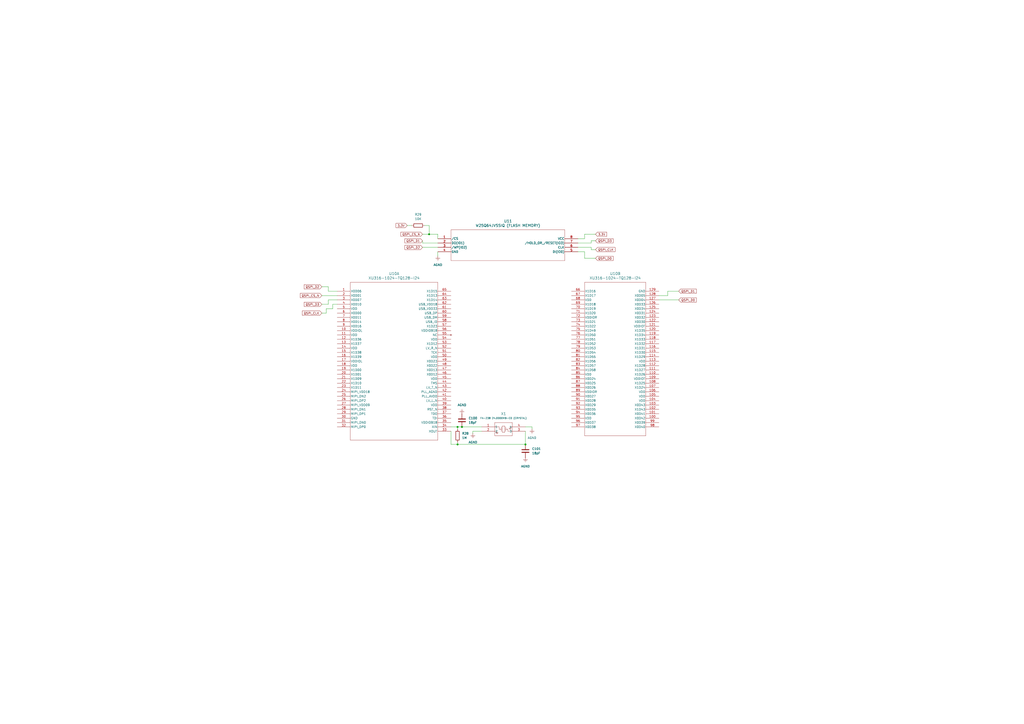
<source format=kicad_sch>
(kicad_sch (version 20231120) (generator "eeschema") (generator_version "8.0")
  (paper "A2")
  (title_block (title "XCORE") (company "Joshua Yu"))
  (lib_symbols
    (symbol "Device:C" (pin_numbers hide) (pin_names (offset 0.254))
      (property "Reference" "C" (at 0.635 2.54 0))
      (property "Value" "C" (at 0.635 -2.54 0))
      (symbol "C_0_1"
        (polyline (pts (xy -2.032 -0.762) (xy 2.032 -0.762)) (stroke (width 0.508)))
        (polyline (pts (xy -2.032 0.762) (xy 2.032 0.762)) (stroke (width 0.508)))
      )
      (symbol "C_1_1"
        (pin passive line (at 0 3.81 270) (length 2.794) (name "~") (number "1"))
        (pin passive line (at 0 -3.81 90) (length 2.794) (name "~") (number "2"))
      )
    )
    (symbol "Device:R" (pin_numbers hide) (pin_names (offset 0))
      (property "Reference" "R" (at 2.032 0 90))
      (property "Value" "R" (at 0 0 90))
      (symbol "R_0_1"
        (rectangle (start -1.016 -2.54) (end 1.016 2.54) (stroke (width 0.254)))
      )
      (symbol "R_1_1"
        (pin passive line (at 0 3.81 270) (length 1.27) (name "~") (number "1"))
        (pin passive line (at 0 -3.81 90) (length 1.27) (name "~") (number "2"))
      )
    )
    (symbol "SDLibrary:FA-238_24.0000MB-C0" (pin_names (offset 0.254))
      (property "Reference" "X" (at 12.7 7.62 0))
      (property "Value" "FA-238 24.0000MB-C0" (at 12.7 5.08 0))
      (symbol "FA-238_24.0000MB-C0_0_1"
        (polyline (pts (xy 7.62 -5.08) (xy 17.78 -5.08)) (stroke (width 0.127)))
        (polyline (pts (xy 7.62 -2.54) (xy 8.89 -2.54)) (stroke (width 0.127)))
        (polyline (pts (xy 7.62 2.54) (xy 7.62 -5.08)) (stroke (width 0.127)))
        (polyline (pts (xy 8.128 -3.302) (xy 9.652 -3.302)) (stroke (width 0.127)))
        (polyline (pts (xy 8.382 -3.556) (xy 9.398 -3.556)) (stroke (width 0.127)))
        (polyline (pts (xy 8.636 -3.81) (xy 9.144 -3.81)) (stroke (width 0.127)))
        (polyline (pts (xy 8.89 -2.54) (xy 8.89 -3.302)) (stroke (width 0.127)))
        (polyline (pts (xy 10.16 -1.27) (xy 10.16 0)) (stroke (width 0.127)))
        (polyline (pts (xy 10.16 0) (xy 7.62 0)) (stroke (width 0.127)))
        (polyline (pts (xy 11.43 -1.27) (xy 10.16 -1.27)) (stroke (width 0.127)))
        (polyline (pts (xy 11.43 0) (xy 11.43 -2.54)) (stroke (width 0.127)))
        (polyline (pts (xy 11.938 -3.048) (xy 13.462 -3.048)) (stroke (width 0.127)))
        (polyline (pts (xy 11.938 0.508) (xy 11.938 -3.048)) (stroke (width 0.127)))
        (polyline (pts (xy 13.462 -3.048) (xy 13.462 0.508)) (stroke (width 0.127)))
        (polyline (pts (xy 13.462 0.508) (xy 11.938 0.508)) (stroke (width 0.127)))
        (polyline (pts (xy 13.97 -1.27) (xy 15.24 -1.27)) (stroke (width 0.127)))
        (polyline (pts (xy 13.97 0) (xy 13.97 -2.54)) (stroke (width 0.127)))
        (polyline (pts (xy 15.24 -2.54) (xy 17.78 -2.54)) (stroke (width 0.127)))
        (polyline (pts (xy 15.24 -1.27) (xy 15.24 -2.54)) (stroke (width 0.127)))
        (polyline (pts (xy 16.51 0) (xy 16.51 -0.762)) (stroke (width 0.127)))
        (polyline (pts (xy 16.764 -1.27) (xy 16.256 -1.27)) (stroke (width 0.127)))
        (polyline (pts (xy 17.018 -1.016) (xy 16.002 -1.016)) (stroke (width 0.127)))
        (polyline (pts (xy 17.272 -0.762) (xy 15.748 -0.762)) (stroke (width 0.127)))
        (polyline (pts (xy 17.78 -5.08) (xy 17.78 2.54)) (stroke (width 0.127)))
        (polyline (pts (xy 17.78 0) (xy 16.51 0)) (stroke (width 0.127)))
        (polyline (pts (xy 17.78 2.54) (xy 7.62 2.54)) (stroke (width 0.127)))
        (pin unspecified line (at 0 0 0) (length 7.62) (name "1") (number "1"))
        (pin unspecified line (at 0 -2.54 0) (length 7.62) (name "2") (number "2"))
        (pin unspecified line (at 25.4 -2.54 180) (length 7.62) (name "3") (number "3"))
        (pin unspecified line (at 25.4 0 180) (length 7.62) (name "4") (number "4"))
      )
    )
    (symbol "SDLibrary:W25Q64JVSSIQ" (pin_names (offset 0.254))
      (property "Reference" "U" (at 40.64 10.16 0))
      (property "Value" "W25Q64JVSSIQ" (at 40.64 7.62 0))
      (symbol "W25Q64JVSSIQ_0_1"
        (polyline (pts (xy 7.62 -12.7) (xy 73.66 -12.7)) (stroke (width 0.127)))
        (polyline (pts (xy 7.62 5.08) (xy 7.62 -12.7)) (stroke (width 0.127)))
        (polyline (pts (xy 73.66 -12.7) (xy 73.66 5.08)) (stroke (width 0.127)))
        (polyline (pts (xy 73.66 5.08) (xy 7.62 5.08)) (stroke (width 0.127)))
        (pin unspecified line (at 0 0 0) (length 7.62) (name "/CS") (number "1"))
        (pin unspecified line (at 0 -2.54 0) (length 7.62) (name "DO(IO1)") (number "2"))
        (pin unspecified line (at 0 -5.08 0) (length 7.62) (name "/WP(IO2)") (number "3"))
        (pin power_out line (at 0 -7.62 0) (length 7.62) (name "GND") (number "4"))
        (pin unspecified line (at 81.28 -7.62 180) (length 7.62) (name "DI(IO0)") (number "5"))
        (pin unspecified line (at 81.28 -5.08 180) (length 7.62) (name "CLK") (number "6"))
        (pin unspecified line (at 81.28 -2.54 180) (length 7.62) (name "/HOLD_OR_/RESET(IO3)") (number "7"))
        (pin power_in line (at 81.28 0 180) (length 7.62) (name "VCC") (number "8"))
      )
    )
    (symbol "SDLibrary:XU316-1024-TQ128-I24" (pin_names (offset 0.254))
      (property "Reference" "U" (at 33.02 10.16 0))
      (property "Value" "XU316-1024-TQ128-I24" (at 33.02 7.62 0))
      (symbol "XU316-1024-TQ128-I24_1_1"
        (polyline (pts (xy 7.62 -86.36) (xy 58.42 -86.36)) (stroke (width 0.127)))
        (polyline (pts (xy 7.62 5.08) (xy 7.62 -86.36)) (stroke (width 0.127)))
        (polyline (pts (xy 58.42 -86.36) (xy 58.42 5.08)) (stroke (width 0.127)))
        (polyline (pts (xy 58.42 5.08) (xy 7.62 5.08)) (stroke (width 0.127)))
        (pin bidirectional line (at 0 0 0) (length 7.62) (name "X0D06") (number "1"))
        (pin power_in line (at 0 -22.86 0) (length 7.62) (name "VDDIOL") (number "10"))
        (pin power_in line (at 0 -25.4 0) (length 7.62) (name "VDD") (number "11"))
        (pin bidirectional line (at 0 -27.94 0) (length 7.62) (name "X1D36") (number "12"))
        (pin bidirectional line (at 0 -30.48 0) (length 7.62) (name "X1D37") (number "13"))
        (pin power_in line (at 0 -33.02 0) (length 7.62) (name "VDD") (number "14"))
        (pin bidirectional line (at 0 -35.56 0) (length 7.62) (name "X1D38") (number "15"))
        (pin bidirectional line (at 0 -38.1 0) (length 7.62) (name "X1D39") (number "16"))
        (pin power_in line (at 0 -40.64 0) (length 7.62) (name "VDDIOL") (number "17"))
        (pin power_in line (at 0 -43.18 0) (length 7.62) (name "VDD") (number "18"))
        (pin bidirectional line (at 0 -45.72 0) (length 7.62) (name "X1D00") (number "19"))
        (pin bidirectional line (at 0 -2.54 0) (length 7.62) (name "X0D01") (number "2"))
        (pin bidirectional line (at 0 -48.26 0) (length 7.62) (name "X1D01") (number "20"))
        (pin bidirectional line (at 0 -50.8 0) (length 7.62) (name "X1D09") (number "21"))
        (pin bidirectional line (at 0 -53.34 0) (length 7.62) (name "X1D10") (number "22"))
        (pin bidirectional line (at 0 -55.88 0) (length 7.62) (name "X1D11") (number "23"))
        (pin power_in line (at 0 -58.42 0) (length 7.62) (name "MIPI_VDD18") (number "24"))
        (pin input line (at 0 -60.96 0) (length 7.62) (name "MIPI_DN2") (number "25"))
        (pin input line (at 0 -63.5 0) (length 7.62) (name "MIPI_DP2") (number "26"))
        (pin power_in line (at 0 -66.04 0) (length 7.62) (name "MIPI_VDD09") (number "27"))
        (pin input line (at 0 -68.58 0) (length 7.62) (name "MIPI_DN1") (number "28"))
        (pin input line (at 0 -71.12 0) (length 7.62) (name "MIPI_DP1") (number "29"))
        (pin bidirectional line (at 0 -5.08 0) (length 7.62) (name "X0D07") (number "3"))
        (pin power_out line (at 0 -73.66 0) (length 7.62) (name "GND") (number "30"))
        (pin input line (at 0 -76.2 0) (length 7.62) (name "MIPI_DN0") (number "31"))
        (pin input line (at 0 -78.74 0) (length 7.62) (name "MIPI_DP0") (number "32"))
        (pin output line (at 66.04 -81.28 180) (length 7.62) (name "XOUT") (number "33"))
        (pin input line (at 66.04 -78.74 180) (length 7.62) (name "XIN") (number "34"))
        (pin power_in line (at 66.04 -76.2 180) (length 7.62) (name "VDDIOB18") (number "35"))
        (pin input line (at 66.04 -73.66 180) (length 7.62) (name "TDI") (number "36"))
        (pin output line (at 66.04 -71.12 180) (length 7.62) (name "TDO") (number "37"))
        (pin input line (at 66.04 -68.58 180) (length 7.62) (name "RST_N") (number "38"))
        (pin power_in line (at 66.04 -66.04 180) (length 7.62) (name "VDD") (number "39"))
        (pin bidirectional line (at 0 -7.62 0) (length 7.62) (name "X0D10") (number "4"))
        (pin input line (at 66.04 -63.5 180) (length 7.62) (name "LV_L_N") (number "40"))
        (pin power_in line (at 66.04 -60.96 180) (length 7.62) (name "PLL_AVDD") (number "41"))
        (pin power_out line (at 66.04 -58.42 180) (length 7.62) (name "PLL_AGND") (number "42"))
        (pin input line (at 66.04 -55.88 180) (length 7.62) (name "LV_T_N") (number "43"))
        (pin input line (at 66.04 -53.34 180) (length 7.62) (name "TMS") (number "44"))
        (pin power_in line (at 66.04 -50.8 180) (length 7.62) (name "VDD") (number "45"))
        (pin bidirectional line (at 66.04 -48.26 180) (length 7.62) (name "X0D12") (number "46"))
        (pin bidirectional line (at 66.04 -45.72 180) (length 7.62) (name "X0D13") (number "47"))
        (pin bidirectional line (at 66.04 -43.18 180) (length 7.62) (name "X0D22") (number "48"))
        (pin bidirectional line (at 66.04 -40.64 180) (length 7.62) (name "X0D23") (number "49"))
        (pin power_in line (at 0 -10.16 0) (length 7.62) (name "VDD") (number "5"))
        (pin power_in line (at 66.04 -38.1 180) (length 7.62) (name "VDD") (number "50"))
        (pin input line (at 66.04 -35.56 180) (length 7.62) (name "TCK") (number "51"))
        (pin input line (at 66.04 -33.02 180) (length 7.62) (name "LV_R_N") (number "52"))
        (pin bidirectional line (at 66.04 -30.48 180) (length 7.62) (name "X1D12") (number "53"))
        (pin power_in line (at 66.04 -27.94 180) (length 7.62) (name "VDD") (number "54"))
        (pin no_connect line (at 66.04 -25.4 180) (length 7.62) (name "NC") (number "55"))
        (pin power_in line (at 66.04 -22.86 180) (length 7.62) (name "VDDIOB18") (number "56"))
        (pin bidirectional line (at 66.04 -20.32 180) (length 7.62) (name "X1D23") (number "57"))
        (pin input line (at 66.04 -17.78 180) (length 7.62) (name "USB_ID") (number "58"))
        (pin bidirectional line (at 66.04 -15.24 180) (length 7.62) (name "USB_DM") (number "59"))
        (pin bidirectional line (at 0 -12.7 0) (length 7.62) (name "X0D00") (number "6"))
        (pin bidirectional line (at 66.04 -12.7 180) (length 7.62) (name "USB_DP") (number "60"))
        (pin power_in line (at 66.04 -10.16 180) (length 7.62) (name "USB_VDD33") (number "61"))
        (pin power_in line (at 66.04 -7.62 180) (length 7.62) (name "USB_VDD18") (number "62"))
        (pin bidirectional line (at 66.04 -5.08 180) (length 7.62) (name "X1D14") (number "63"))
        (pin bidirectional line (at 66.04 -2.54 180) (length 7.62) (name "X1D13") (number "64"))
        (pin bidirectional line (at 66.04 0 180) (length 7.62) (name "X1D15") (number "65"))
        (pin bidirectional line (at 0 -15.24 0) (length 7.62) (name "X0D11") (number "7"))
        (pin bidirectional line (at 0 -17.78 0) (length 7.62) (name "X0D14") (number "8"))
        (pin bidirectional line (at 0 -20.32 0) (length 7.62) (name "X0D16") (number "9"))
      )
      (symbol "XU316-1024-TQ128-I24_2_1"
        (polyline (pts (xy 7.62 -83.82) (xy 43.18 -83.82)) (stroke (width 0.127)))
        (polyline (pts (xy 7.62 5.08) (xy 7.62 -83.82)) (stroke (width 0.127)))
        (polyline (pts (xy 43.18 -83.82) (xy 43.18 5.08)) (stroke (width 0.127)))
        (polyline (pts (xy 43.18 5.08) (xy 7.62 5.08)) (stroke (width 0.127)))
        (pin bidirectional line (at 50.8 -73.66 180) (length 7.62) (name "X0D42") (number "100"))
        (pin bidirectional line (at 50.8 -71.12 180) (length 7.62) (name "X0D41") (number "101"))
        (pin bidirectional line (at 50.8 -68.58 180) (length 7.62) (name "X1D43") (number "102"))
        (pin bidirectional line (at 50.8 -66.04 180) (length 7.62) (name "X0D43") (number "103"))
        (pin power_in line (at 50.8 -63.5 180) (length 7.62) (name "VDD") (number "104"))
        (pin power_in line (at 50.8 -60.96 180) (length 7.62) (name "VDD") (number "105"))
        (pin power_in line (at 50.8 -58.42 180) (length 7.62) (name "VDD") (number "106"))
        (pin bidirectional line (at 50.8 -55.88 180) (length 7.62) (name "X1D24") (number "107"))
        (pin bidirectional line (at 50.8 -53.34 180) (length 7.62) (name "X1D25") (number "108"))
        (pin power_in line (at 50.8 -50.8 180) (length 7.62) (name "VDDIOT") (number "109"))
        (pin bidirectional line (at 50.8 -48.26 180) (length 7.62) (name "X1D26") (number "110"))
        (pin bidirectional line (at 50.8 -45.72 180) (length 7.62) (name "X1D27") (number "111"))
        (pin bidirectional line (at 50.8 -43.18 180) (length 7.62) (name "X1D28") (number "112"))
        (pin power_in line (at 50.8 -40.64 180) (length 7.62) (name "VDD") (number "113"))
        (pin bidirectional line (at 50.8 -38.1 180) (length 7.62) (name "X1D29") (number "114"))
        (pin bidirectional line (at 50.8 -35.56 180) (length 7.62) (name "X1D30") (number "115"))
        (pin bidirectional line (at 50.8 -33.02 180) (length 7.62) (name "X1D31") (number "116"))
        (pin bidirectional line (at 50.8 -30.48 180) (length 7.62) (name "X1D32") (number "117"))
        (pin bidirectional line (at 50.8 -27.94 180) (length 7.62) (name "X1D33") (number "118"))
        (pin bidirectional line (at 50.8 -25.4 180) (length 7.62) (name "X1D34") (number "119"))
        (pin bidirectional line (at 50.8 -22.86 180) (length 7.62) (name "X1D35") (number "120"))
        (pin power_in line (at 50.8 -20.32 180) (length 7.62) (name "VDDIOT") (number "121"))
        (pin bidirectional line (at 50.8 -17.78 180) (length 7.62) (name "X0D30") (number "122"))
        (pin bidirectional line (at 50.8 -15.24 180) (length 7.62) (name "X0D32") (number "123"))
        (pin bidirectional line (at 50.8 -12.7 180) (length 7.62) (name "X0D31") (number "124"))
        (pin bidirectional line (at 50.8 -10.16 180) (length 7.62) (name "X0D34") (number "125"))
        (pin bidirectional line (at 50.8 -7.62 180) (length 7.62) (name "X0D33") (number "126"))
        (pin bidirectional line (at 50.8 -5.08 180) (length 7.62) (name "X0D04") (number "127"))
        (pin bidirectional line (at 50.8 -2.54 180) (length 7.62) (name "X0D05") (number "128"))
        (pin power_out line (at 50.8 0 180) (length 7.62) (name "GND") (number "129"))
        (pin bidirectional line (at 0 0 0) (length 7.62) (name "X1D16") (number "66"))
        (pin bidirectional line (at 0 -2.54 0) (length 7.62) (name "X1D17") (number "67"))
        (pin power_in line (at 0 -5.08 0) (length 7.62) (name "VDD") (number "68"))
        (pin bidirectional line (at 0 -7.62 0) (length 7.62) (name "X1D18") (number "69"))
        (pin bidirectional line (at 0 -10.16 0) (length 7.62) (name "X1D19") (number "70"))
        (pin bidirectional line (at 0 -12.7 0) (length 7.62) (name "X1D20") (number "71"))
        (pin power_in line (at 0 -15.24 0) (length 7.62) (name "VDDIOR") (number "72"))
        (pin bidirectional line (at 0 -17.78 0) (length 7.62) (name "X1D21") (number "73"))
        (pin bidirectional line (at 0 -20.32 0) (length 7.62) (name "X1D22") (number "74"))
        (pin bidirectional line (at 0 -22.86 0) (length 7.62) (name "X1D49") (number "75"))
        (pin bidirectional line (at 0 -25.4 0) (length 7.62) (name "X1D50") (number "76"))
        (pin bidirectional line (at 0 -27.94 0) (length 7.62) (name "X1D51") (number "77"))
        (pin bidirectional line (at 0 -30.48 0) (length 7.62) (name "X1D52") (number "78"))
        (pin bidirectional line (at 0 -33.02 0) (length 7.62) (name "X1D53") (number "79"))
        (pin bidirectional line (at 0 -35.56 0) (length 7.62) (name "X1D54") (number "80"))
        (pin bidirectional line (at 0 -38.1 0) (length 7.62) (name "X1D55") (number "81"))
        (pin bidirectional line (at 0 -40.64 0) (length 7.62) (name "X1D56") (number "82"))
        (pin bidirectional line (at 0 -43.18 0) (length 7.62) (name "X1D57") (number "83"))
        (pin bidirectional line (at 0 -45.72 0) (length 7.62) (name "X1D58") (number "84"))
        (pin power_in line (at 0 -48.26 0) (length 7.62) (name "VDD") (number "85"))
        (pin bidirectional line (at 0 -50.8 0) (length 7.62) (name "X0D24") (number "86"))
        (pin bidirectional line (at 0 -53.34 0) (length 7.62) (name "X0D25") (number "87"))
        (pin bidirectional line (at 0 -55.88 0) (length 7.62) (name "X0D26") (number "88"))
        (pin power_in line (at 0 -58.42 0) (length 7.62) (name "VDDIOR") (number "89"))
        (pin bidirectional line (at 0 -60.96 0) (length 7.62) (name "X0D27") (number "90"))
        (pin bidirectional line (at 0 -63.5 0) (length 7.62) (name "X0D28") (number "91"))
        (pin bidirectional line (at 0 -66.04 0) (length 7.62) (name "X0D29") (number "92"))
        (pin bidirectional line (at 0 -68.58 0) (length 7.62) (name "X0D35") (number "93"))
        (pin bidirectional line (at 0 -71.12 0) (length 7.62) (name "X0D36") (number "94"))
        (pin power_in line (at 0 -73.66 0) (length 7.62) (name "VDD") (number "95"))
        (pin bidirectional line (at 0 -76.2 0) (length 7.62) (name "X0D37") (number "96"))
        (pin bidirectional line (at 0 -78.74 0) (length 7.62) (name "X0D38") (number "97"))
        (pin bidirectional line (at 50.8 -78.74 180) (length 7.62) (name "X0D40") (number "98"))
        (pin bidirectional line (at 50.8 -76.2 180) (length 7.62) (name "X0D39") (number "99"))
      )
    )
    (symbol "power:Earth" (power) (pin_numbers hide) (pin_names (offset 0) hide)
      (property "Value" "Earth" (at 0 -3.81 0))
      (symbol "Earth_0_1"
        (polyline (pts (xy -0.635 -1.905) (xy 0.635 -1.905)))
        (polyline (pts (xy -0.127 -2.54) (xy 0.127 -2.54)))
        (polyline (pts (xy 0 -1.27) (xy 0 0)))
        (polyline (pts (xy 1.27 -1.27) (xy -1.27 -1.27)))
      )
      (symbol "Earth_1_1"
        (pin power_in line (at 0 0 270) (length 0) (name "~") (number "1"))
      )
    )
  )
  (junction (at 248.92 135.89))
  (junction (at 304.8 257.81))
  (junction (at 265.43 257.81))
  (junction (at 267.97 247.65))
  (junction (at 265.43 247.65))
  (wire (pts (xy 186.69 176.53) (xy 190.5 176.53)))
  (wire (pts (xy 261.62 257.81) (xy 265.43 257.81)))
  (wire (pts (xy 186.69 166.37) (xy 190.5 166.37)))
  (wire (pts (xy 265.43 247.65) (xy 267.97 247.65)))
  (wire (pts (xy 261.62 250.19) (xy 261.62 257.81)))
  (wire (pts (xy 193.04 179.07) (xy 189.23 179.07)))
  (wire (pts (xy 248.92 135.89) (xy 254 135.89)))
  (wire (pts (xy 195.58 176.53) (xy 193.04 176.53)))
  (wire (pts (xy 339.09 135.89) (xy 345.44 135.89)))
  (wire (pts (xy 335.28 146.05) (xy 339.09 146.05)))
  (wire (pts (xy 265.43 247.65) (xy 265.43 248.92)))
  (wire (pts (xy 342.9 144.78) (xy 345.44 144.78)))
  (wire (pts (xy 387.35 168.91) (xy 387.35 171.45)))
  (wire (pts (xy 190.5 166.37) (xy 190.5 168.91)))
  (wire (pts (xy 189.23 181.61) (xy 186.69 181.61)))
  (wire (pts (xy 190.5 176.53) (xy 190.5 173.99)))
  (wire (pts (xy 335.28 138.43) (xy 339.09 138.43)))
  (wire (pts (xy 267.97 247.65) (xy 279.4 247.65)))
  (wire (pts (xy 304.8 247.65) (xy 308.61 247.65)))
  (wire (pts (xy 342.9 139.7) (xy 345.44 139.7)))
  (wire (pts (xy 245.11 139.7) (xy 245.11 140.97)))
  (wire (pts (xy 393.7 168.91) (xy 387.35 168.91)))
  (wire (pts (xy 339.09 149.86) (xy 345.44 149.86)))
  (wire (pts (xy 274.32 250.19) (xy 279.4 250.19)))
  (wire (pts (xy 254 135.89) (xy 254 138.43)))
  (wire (pts (xy 382.27 173.99) (xy 393.7 173.99)))
  (wire (pts (xy 304.8 257.81) (xy 304.8 250.19)))
  (wire (pts (xy 339.09 146.05) (xy 339.09 149.86)))
  (wire (pts (xy 335.28 143.51) (xy 342.9 143.51)))
  (wire (pts (xy 245.11 140.97) (xy 254 140.97)))
  (wire (pts (xy 246.38 130.81) (xy 248.92 130.81)))
  (wire (pts (xy 186.69 171.45) (xy 195.58 171.45)))
  (wire (pts (xy 190.5 173.99) (xy 195.58 173.99)))
  (wire (pts (xy 248.92 135.89) (xy 248.92 130.81)))
  (wire (pts (xy 190.5 168.91) (xy 195.58 168.91)))
  (wire (pts (xy 254 146.05) (xy 254 148.59)))
  (wire (pts (xy 236.22 130.81) (xy 238.76 130.81)))
  (wire (pts (xy 342.9 140.97) (xy 342.9 139.7)))
  (wire (pts (xy 274.32 250.19) (xy 274.32 251.46)))
  (wire (pts (xy 193.04 176.53) (xy 193.04 179.07)))
  (wire (pts (xy 245.11 135.89) (xy 248.92 135.89)))
  (wire (pts (xy 308.61 247.65) (xy 308.61 248.92)))
  (wire (pts (xy 265.43 256.54) (xy 265.43 257.81)))
  (wire (pts (xy 261.62 247.65) (xy 265.43 247.65)))
  (wire (pts (xy 339.09 138.43) (xy 339.09 135.89)))
  (wire (pts (xy 335.28 140.97) (xy 342.9 140.97)))
  (wire (pts (xy 265.43 257.81) (xy 304.8 257.81)))
  (wire (pts (xy 342.9 143.51) (xy 342.9 144.78)))
  (wire (pts (xy 387.35 171.45) (xy 382.27 171.45)))
  (wire (pts (xy 189.23 179.07) (xy 189.23 181.61)))
  (wire (pts (xy 245.11 143.51) (xy 254 143.51)))
  (global_label "QSPI_CLK" (shape input) (at 186.69 181.61 180) (property "Intersheetrefs" "${INTERSHEET_REFS}" (effects (hide yes))))
  (global_label "QSPI_CS_N" (shape input) (at 245.11 135.89 180) (property "Intersheetrefs" "${INTERSHEET_REFS}" (effects (hide yes))))
  (global_label "3.3V" (shape input) (at 345.44 135.89 0) (property "Intersheetrefs" "${INTERSHEET_REFS}" (effects (hide yes))))
  (global_label "QSPI_CLK" (shape input) (at 345.44 144.78 0) (property "Intersheetrefs" "${INTERSHEET_REFS}" (effects (hide yes))))
  (global_label "QSPI_CS_N" (shape input) (at 186.69 171.45 180) (property "Intersheetrefs" "${INTERSHEET_REFS}" (effects (hide yes))))
  (global_label "QSPI_D1" (shape input) (at 393.7 168.91 0) (property "Intersheetrefs" "${INTERSHEET_REFS}" (effects (hide yes))))
  (global_label "QSPI_D2" (shape input) (at 245.11 143.51 180) (property "Intersheetrefs" "${INTERSHEET_REFS}" (effects (hide yes))))
  (global_label "QSPI_D3" (shape input) (at 345.44 139.7 0) (property "Intersheetrefs" "${INTERSHEET_REFS}" (effects (hide yes))))
  (global_label "QSPI_D0" (shape input) (at 393.7 173.99 0) (property "Intersheetrefs" "${INTERSHEET_REFS}" (effects (hide yes))))
  (global_label "3.3V" (shape input) (at 236.22 130.81 180) (property "Intersheetrefs" "${INTERSHEET_REFS}" (effects (hide yes))))
  (global_label "QSPI_D2" (shape input) (at 186.69 166.37 180) (property "Intersheetrefs" "${INTERSHEET_REFS}" (effects (hide yes))))
  (global_label "QSPI_D0" (shape input) (at 345.44 149.86 0) (property "Intersheetrefs" "${INTERSHEET_REFS}" (effects (hide yes))))
  (global_label "QSPI_D3" (shape input) (at 186.69 176.53 180) (property "Intersheetrefs" "${INTERSHEET_REFS}" (effects (hide yes))))
  (global_label "QSPI_D1" (shape input) (at 245.11 139.7 180) (property "Intersheetrefs" "${INTERSHEET_REFS}" (effects (hide yes))))
  (symbol (lib_id "Device:C") (at 267.97 243.84 0) (unit 1)
    (property "Reference" "C100" (at 271.78 242.5699 0) (effects (justify left)))
    (property "Value" "18pF" (at 271.78 245.1099 0) (effects (justify left)))
    (property "Footprint" "Capacitor_SMD:C_0402_1005Metric" (effects (hide yes)))
    (property "Description" "Unpolarized capacitor" (effects (hide yes)))
  )
  (symbol (lib_id "SDLibrary:FA-238_24.0000MB-C0") (at 279.4 247.65 0) (unit 1)
    (property "Reference" "X1" (at 292.1 240.03 0) (effects (font (size 1.524 1.524))))
    (property "Value" "FA-238 24.0000MB-C0 (CRYSTAL)" (at 292.1 242.57 0) (effects (font (size 1.016 1.016))))
    (property "Footprint" "FA-238_EPS" (effects (hide yes)))
    (property "Datasheet" "FA-238 24.0000MB-C0" (effects (hide yes)))
  )
  (symbol (lib_id "power:Earth") (at 254 148.59 0) (unit 1)
    (property "Reference" "#PWR0101" (effects (hide yes)))
    (property "Value" "AGND" (at 254 153.67 0))
    (property "Description" "Power symbol creates a global label with name \"Earth\"" (effects (hide yes)))
  )
  (symbol (lib_id "SDLibrary:XU316-1024-TQ128-I24") (at 331.47 168.91 0) (unit 2)
    (property "Reference" "U10" (at 356.87 158.75 0) (effects (font (size 1.524 1.524))))
    (property "Value" "XU316-1024-TQ128-I24" (at 356.87 161.29 0) (effects (font (size 1.524 1.524))))
    (property "Footprint" "SamacSys_Parts:TQFP128_196X196_XMO" (effects (hide yes)))
    (property "Datasheet" "XU316-1024-TQ128-I24" (effects (hide yes)))
  )
  (symbol (lib_id "Device:R") (at 242.57 130.81 90) (unit 1)
    (property "Reference" "R29" (at 242.57 124.46 90))
    (property "Value" "10K" (at 242.57 127 90))
    (property "Footprint" "Resistor_SMD:R_0805_2012Metric" (effects (hide yes)))
    (property "Description" "Resistor" (effects (hide yes)))
  )
  (symbol (lib_id "SDLibrary:W25Q64JVSSIQ") (at 254 138.43 0) (unit 1)
    (property "Reference" "U11" (at 294.64 128.27 0) (effects (font (size 1.524 1.524))))
    (property "Value" "W25Q64JVSSIQ (FLASH MEMORY)" (at 294.64 130.81 0) (effects (font (size 1.524 1.524))))
    (property "Footprint" "SamacSys_Parts:SOIC-8_5P28X5P28_WIN" (effects (hide yes)))
    (property "Datasheet" "W25Q64JVSSIQ" (effects (hide yes)))
  )
  (symbol (lib_id "SDLibrary:XU316-1024-TQ128-I24") (at 195.58 168.91 0) (unit 1)
    (property "Reference" "U10" (at 228.6 158.75 0) (effects (font (size 1.524 1.524))))
    (property "Value" "XU316-1024-TQ128-I24" (at 228.6 161.29 0) (effects (font (size 1.524 1.524))))
    (property "Footprint" "SamacSys_Parts:TQFP128_196X196_XMO" (effects (hide yes)))
    (property "Datasheet" "XU316-1024-TQ128-I24" (effects (hide yes)))
  )
  (symbol (lib_id "power:Earth") (at 274.32 251.46 0) (unit 1)
    (property "Reference" "#PWR0104" (effects (hide yes)))
    (property "Value" "AGND" (at 274.32 256.54 0))
    (property "Description" "Power symbol creates a global label with name \"Earth\"" (effects (hide yes)))
  )
  (symbol (lib_id "power:Earth") (at 267.97 240.03 180) (unit 1)
    (property "Reference" "#PWR0105" (effects (hide yes)))
    (property "Value" "AGND" (at 267.97 234.95 0))
    (property "Description" "AGND NET" (effects (hide yes)))
  )
  (symbol (lib_id "Device:R") (at 265.43 252.73 0) (unit 1)
    (property "Reference" "R28" (at 267.97 251.4599 0) (effects (justify left)))
    (property "Value" "1M" (at 267.97 253.9999 0) (effects (justify left)))
    (property "Footprint" "Resistor_SMD:R_0805_2012Metric" (effects (hide yes)))
    (property "Description" "Resistor" (effects (hide yes)))
  )
  (symbol (lib_id "power:Earth") (at 308.61 248.92 0) (unit 1)
    (property "Reference" "#PWR0103" (effects (hide yes)))
    (property "Value" "AGND" (at 308.61 254 0))
    (property "Description" "Power symbol creates a global label with name \"Earth\"" (effects (hide yes)))
  )
  (symbol (lib_id "power:Earth") (at 304.8 265.43 0) (unit 1)
    (property "Reference" "#PWR0102" (effects (hide yes)))
    (property "Value" "AGND" (at 304.8 270.51 0))
    (property "Description" "Power symbol creates a global label with name \"Earth\"" (effects (hide yes)))
  )
  (symbol (lib_id "Device:C") (at 304.8 261.62 0) (unit 1)
    (property "Reference" "C101" (at 308.61 260.3499 0) (effects (justify left)))
    (property "Value" "18pF" (at 308.61 262.8899 0) (effects (justify left)))
    (property "Footprint" "Capacitor_SMD:C_0402_1005Metric" (effects (hide yes)))
    (property "Description" "Unpolarized capacitor" (effects (hide yes)))
  )
)
</source>
